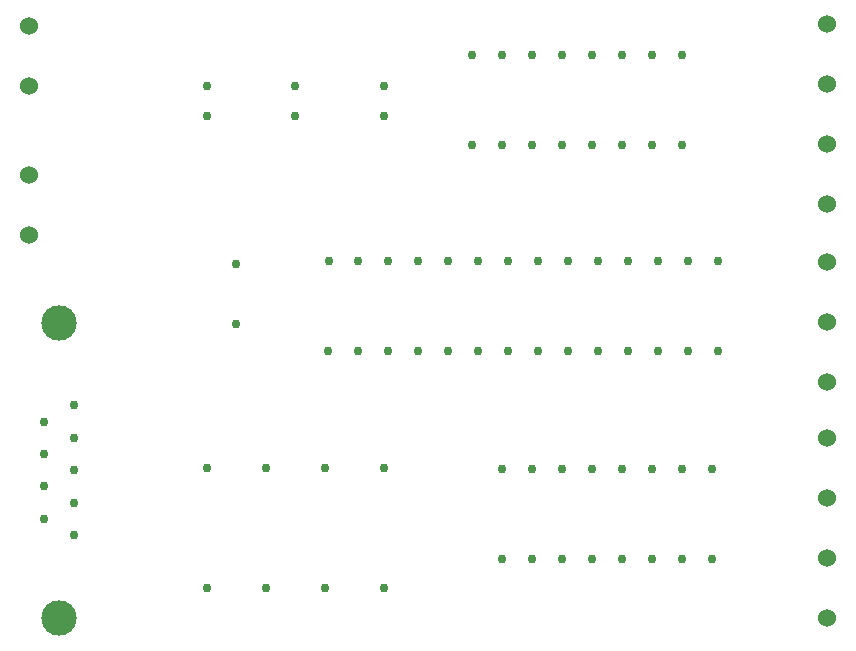
<source format=gbr>
G04 PROTEUS GERBER X2 FILE*
%TF.GenerationSoftware,Labcenter,Proteus,8.12-SP0-Build30713*%
%TF.CreationDate,2022-01-23T14:34:13+00:00*%
%TF.FileFunction,Plated,1,2,PTH*%
%TF.FilePolarity,Positive*%
%TF.Part,Single*%
%TF.SameCoordinates,{31d8c894-68c1-4210-9226-32e75d25b3a7}*%
%FSLAX45Y45*%
%MOMM*%
G01*
%TA.AperFunction,ComponentDrill*%
%ADD36C,0.762000*%
%TA.AperFunction,ComponentDrill*%
%ADD37C,1.524000*%
%TA.AperFunction,ComponentDrill*%
%ADD38C,3.000000*%
%TD.AperFunction*%
D36*
X-4468000Y+4262000D03*
X-4214000Y+4262000D03*
X-3960000Y+4262000D03*
X-3706000Y+4262000D03*
X-3452000Y+4262000D03*
X-3198000Y+4262000D03*
X-2944000Y+4262000D03*
X-2690000Y+4262000D03*
X-2436000Y+4262000D03*
X-2182000Y+4262000D03*
X-1928000Y+4262000D03*
X-1674000Y+4262000D03*
X-1420000Y+4262000D03*
X-1166000Y+4262000D03*
X-1166000Y+5024000D03*
X-1420000Y+5024000D03*
X-1674000Y+5024000D03*
X-1928000Y+5024000D03*
X-2182000Y+5024000D03*
X-2436000Y+5024000D03*
X-2690000Y+5024000D03*
X-2944000Y+5024000D03*
X-3198000Y+5024000D03*
X-3452000Y+5024000D03*
X-3706000Y+5024000D03*
X-3960000Y+5024000D03*
X-4214000Y+5024000D03*
X-4466000Y+5024000D03*
X-3000000Y+2500000D03*
X-2746000Y+2500000D03*
X-2492000Y+2500000D03*
X-2238000Y+2500000D03*
X-1984000Y+2500000D03*
X-1730000Y+2500000D03*
X-1476000Y+2500000D03*
X-1222000Y+2500000D03*
X-1222000Y+3262000D03*
X-1476000Y+3262000D03*
X-1730000Y+3262000D03*
X-1984000Y+3262000D03*
X-2238000Y+3262000D03*
X-2492000Y+3262000D03*
X-2746000Y+3262000D03*
X-3000000Y+3262000D03*
X-3250000Y+6000000D03*
X-2996000Y+6000000D03*
X-2742000Y+6000000D03*
X-2488000Y+6000000D03*
X-2234000Y+6000000D03*
X-1980000Y+6000000D03*
X-1726000Y+6000000D03*
X-1472000Y+6000000D03*
X-1472000Y+6762000D03*
X-1726000Y+6762000D03*
X-1980000Y+6762000D03*
X-2234000Y+6762000D03*
X-2488000Y+6762000D03*
X-2742000Y+6762000D03*
X-2996000Y+6762000D03*
X-3250000Y+6762000D03*
D37*
X-7000000Y+6500000D03*
X-7000000Y+7008000D03*
X-250000Y+2000000D03*
X-250000Y+2508000D03*
X-250000Y+3016000D03*
X-250000Y+3524000D03*
X-250000Y+5500000D03*
X-250000Y+6008000D03*
X-250000Y+6516000D03*
X-250000Y+7024000D03*
X-250000Y+4000000D03*
X-250000Y+4508000D03*
X-250000Y+5016000D03*
D36*
X-4000000Y+2250000D03*
X-4000000Y+3266000D03*
X-4500000Y+2250000D03*
X-4500000Y+3266000D03*
X-5000000Y+2250000D03*
X-5000000Y+3266000D03*
X-5500000Y+2250000D03*
X-5500000Y+3266000D03*
X-4000000Y+6250000D03*
X-4000000Y+6504000D03*
X-4750000Y+6250000D03*
X-4750000Y+6504000D03*
X-5500000Y+6250000D03*
X-5500000Y+6504000D03*
X-6623000Y+2701680D03*
X-6623000Y+2976000D03*
X-6623000Y+3250320D03*
X-6623000Y+3524640D03*
X-6623000Y+3798960D03*
X-6877000Y+2838840D03*
X-6877000Y+3113160D03*
X-6877000Y+3387480D03*
X-6877000Y+3661800D03*
D38*
X-6750000Y+2000640D03*
X-6750000Y+4500000D03*
D36*
X-5250000Y+5000000D03*
X-5250000Y+4492000D03*
D37*
X-7000000Y+5242000D03*
X-7000000Y+5750000D03*
M02*

</source>
